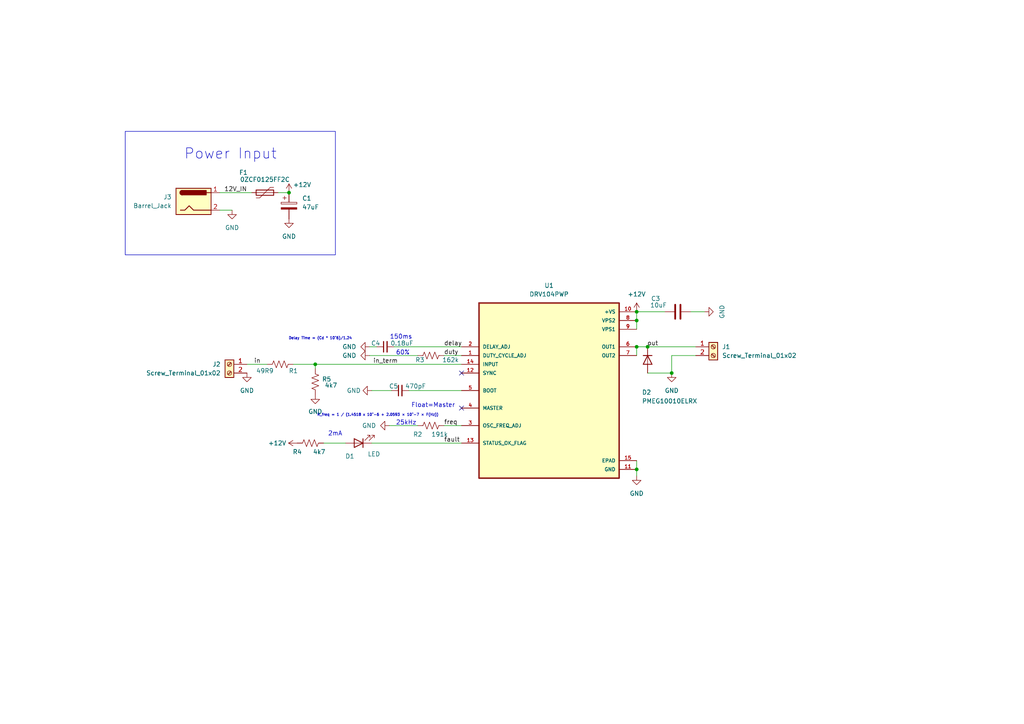
<source format=kicad_sch>
(kicad_sch (version 20230121) (generator eeschema)
  (paper "A4")
  (title_block (title "PWM Solenoid Driver") (date "2023-07-18") (rev "1.0") (company "Boston University"))
  (lib_symbols
    (symbol "Connector:Barrel_Jack" (pin_names (offset 1.016))
      (property "Reference" "J" (at 0 5.334 0))
      (property "Value" "Barrel_Jack" (at 0 -5.08 0))
      (symbol "Barrel_Jack_0_1"
        (rectangle (start -5.08 3.81) (end 5.08 -3.81) (stroke (width 0.254)) (fill (type background)))
        (arc (start -3.302 3.175) (mid -3.9343 2.54) (end -3.302 1.905) (stroke (width 0.254)))
        (arc (start -3.302 3.175) (mid -3.9343 2.54) (end -3.302 1.905) (stroke (width 0.254)) (fill (type outline)))
        (polyline (pts (xy 5.08 2.54) (xy 3.81 2.54)) (stroke (width 0.254)))
        (polyline (pts (xy -3.81 -2.54) (xy -2.54 -2.54) (xy -1.27 -1.27) (xy 0 -2.54) (xy 2.54 -2.54) (xy 5.08 -2.54)) (stroke (width 0.254)))
        (rectangle (start 3.683 3.175) (end -3.302 1.905) (stroke (width 0.254)) (fill (type outline)))
      )
      (symbol "Barrel_Jack_1_1"
        (pin passive line (at 7.62 2.54 180) (length 2.54) (name "~") (number "1"))
        (pin passive line (at 7.62 -2.54 180) (length 2.54) (name "~") (number "2"))
      )
    )
    (symbol "Connector:Screw_Terminal_01x02" (pin_names (offset 1.016) hide)
      (property "Reference" "J" (at 0 2.54 0))
      (property "Value" "Screw_Terminal_01x02" (at 0 -5.08 0))
      (symbol "Screw_Terminal_01x02_1_1"
        (rectangle (start -1.27 1.27) (end 1.27 -3.81) (stroke (width 0.254)) (fill (type background)))
        (circle (center 0 -2.54) (radius 0.635) (stroke (width 0.1524)))
        (polyline (pts (xy -0.5334 -2.2098) (xy 0.3302 -3.048)) (stroke (width 0.1524)))
        (polyline (pts (xy -0.5334 0.3302) (xy 0.3302 -0.508)) (stroke (width 0.1524)))
        (polyline (pts (xy -0.3556 -2.032) (xy 0.508 -2.8702)) (stroke (width 0.1524)))
        (polyline (pts (xy -0.3556 0.508) (xy 0.508 -0.3302)) (stroke (width 0.1524)))
        (circle (center 0 0) (radius 0.635) (stroke (width 0.1524)))
        (pin passive line (at -5.08 0 0) (length 3.81) (name "Pin_1") (number "1"))
        (pin passive line (at -5.08 -2.54 0) (length 3.81) (name "Pin_2") (number "2"))
      )
    )
    (symbol "DRV104PWP:DRV104PWP" (pin_names (offset 1.016))
      (property "Reference" "U" (at -20.32 26.4 0))
      (property "Value" "DRV104PWP" (at -20.32 -29.4 0))
      (symbol "DRV104PWP_0_0"
        (rectangle (start -20.32 -25.4) (end 20.32 25.4) (stroke (width 0.41)) (fill (type background)))
        (pin input line (at -25.4 10.16 0) (length 5.08) (name "DUTY_CYCLE_ADJ") (number "1"))
        (pin power_in line (at 25.4 22.86 180) (length 5.08) (name "+VS") (number "10"))
        (pin power_in line (at 25.4 -22.86 180) (length 5.08) (name "GND") (number "11"))
        (pin input line (at -25.4 5.08 0) (length 5.08) (name "SYNC") (number "12"))
        (pin bidirectional line (at -25.4 -15.24 0) (length 5.08) (name "STATUS_OK_FLAG") (number "13"))
        (pin input line (at -25.4 7.62 0) (length 5.08) (name "INPUT") (number "14"))
        (pin power_in line (at 25.4 -20.32 180) (length 5.08) (name "EPAD") (number "15"))
        (pin input line (at -25.4 12.7 0) (length 5.08) (name "DELAY_ADJ") (number "2"))
        (pin bidirectional line (at -25.4 -10.16 0) (length 5.08) (name "OSC_FREQ_ADJ") (number "3"))
        (pin bidirectional line (at -25.4 -5.08 0) (length 5.08) (name "MASTER") (number "4"))
        (pin bidirectional line (at -25.4 0 0) (length 5.08) (name "BOOT") (number "5"))
        (pin output line (at 25.4 12.7 180) (length 5.08) (name "OUT1") (number "6"))
        (pin output line (at 25.4 10.16 180) (length 5.08) (name "OUT2") (number "7"))
        (pin power_in line (at 25.4 20.32 180) (length 5.08) (name "VPS2") (number "8"))
        (pin power_in line (at 25.4 17.78 180) (length 5.08) (name "VPS1") (number "9"))
      )
    )
    (symbol "Device:C" (pin_numbers hide) (pin_names (offset 0.254))
      (property "Reference" "C" (at 0.635 2.54 0))
      (property "Value" "C" (at 0.635 -2.54 0))
      (symbol "C_0_1"
        (polyline (pts (xy -2.032 -0.762) (xy 2.032 -0.762)) (stroke (width 0.508)))
        (polyline (pts (xy -2.032 0.762) (xy 2.032 0.762)) (stroke (width 0.508)))
      )
      (symbol "C_1_1"
        (pin passive line (at 0 3.81 270) (length 2.794) (name "~") (number "1"))
        (pin passive line (at 0 -3.81 90) (length 2.794) (name "~") (number "2"))
      )
    )
    (symbol "Device:C_Polarized" (pin_numbers hide) (pin_names (offset 0.254))
      (property "Reference" "C" (at 0.635 2.54 0))
      (property "Value" "C_Polarized" (at 0.635 -2.54 0))
      (symbol "C_Polarized_0_1"
        (rectangle (start -2.286 0.508) (end 2.286 1.016))
        (polyline (pts (xy -1.778 2.286) (xy -0.762 2.286)))
        (polyline (pts (xy -1.27 2.794) (xy -1.27 1.778)))
        (rectangle (start 2.286 -0.508) (end -2.286 -1.016) (fill (type outline)))
      )
      (symbol "C_Polarized_1_1"
        (pin passive line (at 0 3.81 270) (length 2.794) (name "~") (number "1"))
        (pin passive line (at 0 -3.81 90) (length 2.794) (name "~") (number "2"))
      )
    )
    (symbol "Device:C_Small" (pin_numbers hide) (pin_names (offset 0.254) hide)
      (property "Reference" "C" (at 0.254 1.778 0))
      (property "Value" "C_Small" (at 0.254 -2.032 0))
      (symbol "C_Small_0_1"
        (polyline (pts (xy -1.524 -0.508) (xy 1.524 -0.508)) (stroke (width 0.3302)))
        (polyline (pts (xy -1.524 0.508) (xy 1.524 0.508)) (stroke (width 0.3048)))
      )
      (symbol "C_Small_1_1"
        (pin passive line (at 0 2.54 270) (length 2.032) (name "~") (number "1"))
        (pin passive line (at 0 -2.54 90) (length 2.032) (name "~") (number "2"))
      )
    )
    (symbol "Device:D" (pin_numbers hide) (pin_names (offset 1.016) hide)
      (property "Reference" "D" (at 0 2.54 0))
      (property "Value" "D" (at 0 -2.54 0))
      (symbol "D_0_1"
        (polyline (pts (xy -1.27 1.27) (xy -1.27 -1.27)) (stroke (width 0.254)))
        (polyline (pts (xy 1.27 0) (xy -1.27 0)))
        (polyline (pts (xy 1.27 1.27) (xy 1.27 -1.27) (xy -1.27 0) (xy 1.27 1.27)) (stroke (width 0.254)))
      )
      (symbol "D_1_1"
        (pin passive line (at -3.81 0 0) (length 2.54) (name "K") (number "1"))
        (pin passive line (at 3.81 0 180) (length 2.54) (name "A") (number "2"))
      )
    )
    (symbol "Device:LED" (pin_numbers hide) (pin_names (offset 1.016) hide)
      (property "Reference" "D" (at 0 2.54 0))
      (property "Value" "LED" (at 0 -2.54 0))
      (symbol "LED_0_1"
        (polyline (pts (xy -1.27 -1.27) (xy -1.27 1.27)) (stroke (width 0.254)))
        (polyline (pts (xy -1.27 0) (xy 1.27 0)))
        (polyline (pts (xy 1.27 -1.27) (xy 1.27 1.27) (xy -1.27 0) (xy 1.27 -1.27)) (stroke (width 0.254)))
        (polyline (pts (xy -3.048 -0.762) (xy -4.572 -2.286) (xy -3.81 -2.286) (xy -4.572 -2.286) (xy -4.572 -1.524)))
        (polyline (pts (xy -1.778 -0.762) (xy -3.302 -2.286) (xy -2.54 -2.286) (xy -3.302 -2.286) (xy -3.302 -1.524)))
      )
      (symbol "LED_1_1"
        (pin passive line (at -3.81 0 0) (length 2.54) (name "K") (number "1"))
        (pin passive line (at 3.81 0 180) (length 2.54) (name "A") (number "2"))
      )
    )
    (symbol "Device:Polyfuse" (pin_numbers hide) (pin_names (offset 0))
      (property "Reference" "F" (at -2.54 0 90))
      (property "Value" "Polyfuse" (at 2.54 0 90))
      (symbol "Polyfuse_0_1"
        (rectangle (start -0.762 2.54) (end 0.762 -2.54) (stroke (width 0.254)))
        (polyline (pts (xy 0 2.54) (xy 0 -2.54)))
        (polyline (pts (xy -1.524 2.54) (xy -1.524 1.524) (xy 1.524 -1.524) (xy 1.524 -2.54)))
      )
      (symbol "Polyfuse_1_1"
        (pin passive line (at 0 3.81 270) (length 1.27) (name "~") (number "1"))
        (pin passive line (at 0 -3.81 90) (length 1.27) (name "~") (number "2"))
      )
    )
    (symbol "Device:R_US" (pin_numbers hide) (pin_names (offset 0))
      (property "Reference" "R" (at 2.54 0 90))
      (property "Value" "R_US" (at -2.54 0 90))
      (symbol "R_US_0_1"
        (polyline (pts (xy 0 -2.286) (xy 0 -2.54)))
        (polyline (pts (xy 0 2.286) (xy 0 2.54)))
        (polyline (pts (xy 0 -0.762) (xy 1.016 -1.143) (xy 0 -1.524) (xy -1.016 -1.905) (xy 0 -2.286)))
        (polyline (pts (xy 0 0.762) (xy 1.016 0.381) (xy 0 0) (xy -1.016 -0.381) (xy 0 -0.762)))
        (polyline (pts (xy 0 2.286) (xy 1.016 1.905) (xy 0 1.524) (xy -1.016 1.143) (xy 0 0.762)))
      )
      (symbol "R_US_1_1"
        (pin passive line (at 0 3.81 270) (length 1.27) (name "~") (number "1"))
        (pin passive line (at 0 -3.81 90) (length 1.27) (name "~") (number "2"))
      )
    )
    (symbol "power:+12V" (power) (pin_names (offset 0))
      (property "Value" "+12V" (at 0 3.556 0))
      (symbol "+12V_0_1"
        (polyline (pts (xy -0.762 1.27) (xy 0 2.54)))
        (polyline (pts (xy 0 0) (xy 0 2.54)))
        (polyline (pts (xy 0 2.54) (xy 0.762 1.27)))
      )
      (symbol "+12V_1_1"
        (pin power_in line (at 0 0 90) (length 0) hide (name "+12V") (number "1"))
      )
    )
    (symbol "power:GND" (power) (pin_names (offset 0))
      (property "Value" "GND" (at 0 -3.81 0))
      (symbol "GND_0_1"
        (polyline (pts (xy 0 0) (xy 0 -1.27) (xy 1.27 -1.27) (xy 0 -2.54) (xy -1.27 -1.27) (xy 0 -1.27)))
      )
      (symbol "GND_1_1"
        (pin power_in line (at 0 0 270) (length 0) hide (name "GND") (number "1"))
      )
    )
  )
  (junction (at 184.658 100.584))
  (junction (at 194.818 108.204))
  (junction (at 184.658 136.144))
  (junction (at 184.658 92.964))
  (junction (at 184.658 90.424))
  (junction (at 91.44 105.664))
  (junction (at 83.82 55.88))
  (junction (at 187.833 100.584))
  (no_connect (at 133.858 118.364))
  (no_connect (at 133.858 108.204))
  (wire (pts (xy 128.778 103.124) (xy 133.858 103.124)))
  (wire (pts (xy 184.658 136.144) (xy 184.658 138.049)))
  (wire (pts (xy 184.658 92.964) (xy 184.658 95.504)))
  (wire (pts (xy 63.754 60.96) (xy 67.31 60.96)))
  (wire (pts (xy 113.538 113.284) (xy 107.823 113.284)))
  (wire (pts (xy 80.645 55.88) (xy 83.82 55.88)))
  (wire (pts (xy 194.818 103.124) (xy 194.818 108.204)))
  (wire (pts (xy 63.754 55.88) (xy 73.025 55.88)))
  (wire (pts (xy 192.786 90.424) (xy 184.658 90.424)))
  (wire (pts (xy 187.833 100.584) (xy 201.803 100.584)))
  (wire (pts (xy 91.44 105.664) (xy 133.858 105.664)))
  (wire (pts (xy 194.818 103.124) (xy 201.803 103.124)))
  (wire (pts (xy 184.658 133.604) (xy 184.658 136.144)))
  (wire (pts (xy 184.658 90.424) (xy 184.658 92.964)))
  (wire (pts (xy 85.09 105.664) (xy 91.44 105.664)))
  (wire (pts (xy 93.853 128.524) (xy 100.203 128.524)))
  (wire (pts (xy 107.823 128.524) (xy 133.858 128.524)))
  (wire (pts (xy 128.778 123.444) (xy 133.858 123.444)))
  (wire (pts (xy 109.22 100.584) (xy 107.188 100.584)))
  (wire (pts (xy 184.658 100.584) (xy 187.833 100.584)))
  (wire (pts (xy 118.618 113.284) (xy 133.858 113.284)))
  (wire (pts (xy 114.3 100.584) (xy 133.858 100.584)))
  (wire (pts (xy 71.628 105.664) (xy 77.47 105.664)))
  (wire (pts (xy 112.903 123.444) (xy 121.158 123.444)))
  (wire (pts (xy 194.818 108.204) (xy 187.833 108.204)))
  (wire (pts (xy 91.44 105.664) (xy 91.44 106.934)))
  (wire (pts (xy 200.406 90.424) (xy 204.343 90.424)))
  (wire (pts (xy 107.188 103.124) (xy 121.158 103.124)))
  (wire (pts (xy 184.658 100.584) (xy 184.658 103.124)))
  (rectangle (start 36.322 38.1) (end 97.282 73.914))
  (text "25kHz" (at 114.808 123.444 0) (effects (font (size 1.27 1.27)) (justify left bottom)))
  (text "Power Input" (at 53.34 46.482 0) (effects (font (size 3 3)) (justify left bottom)))
  (text "Float=Master" (at 119.253 118.364 0) (effects (font (size 1.27 1.27)) (justify left bottom)))
  (text "60%" (at 114.808 103.124 0) (effects (font (size 1.27 1.27)) (justify left bottom)))
  (text "R_freq = 1 / (1.4518 x 10^−6 + 2.0593 × 10^−7 × F(Hz))" (at 91.948 120.904 0) (effects (font (size 0.75 0.75)) (justify left bottom)))
  (text "2mA" (at 95.123 126.619 0) (effects (font (size 1.27 1.27)) (justify left bottom)))
  (text "150ms" (at 113.03 98.552 0) (effects (font (size 1.27 1.27)) (justify left bottom)))
  (text "Delay Time = (Cd * 10^6)/1.24" (at 83.693 98.679 0) (effects (font (size 0.75 0.75)) (justify left bottom)))
  (label "freq" (at 128.778 123.444 0))
  (label "out" (at 187.706 100.584 0))
  (label "in" (at 73.66 105.664 0))
  (label "duty" (at 128.778 103.124 0))
  (label "delay" (at 128.778 100.584 0))
  (label "12V_IN" (at 65.024 55.88 0))
  (label "in_term" (at 108.204 105.664 0))
  (label "fault" (at 128.778 128.524 0))
  (symbol (lib_id "power:GND") (at 67.31 60.96 0) (unit 1)
    (property "Reference" "#PWR03" (effects hide))
    (property "Value" "GND" (at 67.31 66.04 0))
  )
  (symbol (lib_id "DRV104PWP:DRV104PWP") (at 159.258 113.284 0) (unit 1)
    (property "Reference" "U1" (at 159.258 82.804 0))
    (property "Value" "DRV104PWP" (at 159.258 85.344 0))
    (property "Footprint" "driver-v0:IC_TPS27S100BPWPR" (effects hide))
    (property "PartNum" "DRV104PWP" (effects hide))
    (property "Mfg" "TI" (effects hide))
  )
  (symbol (lib_id "power:GND") (at 194.818 108.204 0) (unit 1)
    (property "Reference" "#PWR02" (effects hide))
    (property "Value" "GND" (at 194.818 113.284 0))
  )
  (symbol (lib_id "power:+12V") (at 83.82 55.88 0) (unit 1)
    (property "Reference" "#PWR04" (effects hide))
    (property "Value" "+12V" (at 87.63 53.594 0))
  )
  (symbol (lib_id "Device:C") (at 196.596 90.424 90) (unit 1)
    (property "Reference" "C3" (at 191.516 86.614 90) (effects (justify left)))
    (property "Value" "10uF" (at 193.421 88.519 90) (effects (justify left)))
    (property "Footprint" "Capacitor_SMD:C_1210_3225Metric" (effects hide))
    (property "PartNum" "CL32A106KLULNNE" (effects hide))
    (property "Mfg" "Samsung Electro-Mechanics" (effects hide))
  )
  (symbol (lib_id "Device:C_Small") (at 111.76 100.584 90) (unit 1)
    (property "Reference" "C4" (at 108.966 99.568 90))
    (property "Value" "0.18uF" (at 116.586 99.568 90))
    (property "Footprint" "Capacitor_SMD:C_0805_2012Metric" (effects hide))
    (property "PartNum" "08053C184KAT2A" (effects hide))
    (property "Mfg" "KYOCERA AVX" (effects hide))
  )
  (symbol (lib_id "Device:R_US") (at 90.043 128.524 90) (unit 1)
    (property "Reference" "R4" (at 86.233 131.064 90))
    (property "Value" "4k7" (at 92.583 131.064 90))
    (property "Footprint" "Resistor_SMD:R_0805_2012Metric" (effects hide))
    (property "PartNum" "RC0805JR-074K7L" (effects hide))
    (property "Mfg" "Yageo" (effects hide))
  )
  (symbol (lib_id "Connector:Barrel_Jack") (at 56.134 58.42 0) (unit 1)
    (property "Reference" "J3" (at 49.784 57.15 0) (effects (justify right)))
    (property "Value" "Barrel_Jack" (at 49.784 59.69 0) (effects (justify right)))
    (property "Footprint" "Connector_BarrelJack:BarrelJack_CUI_PJ-063AH_Horizontal" (effects hide))
    (property "PartNum" "PJ-063AH" (effects hide))
    (property "Mfg" "CUI" (effects hide))
  )
  (symbol (lib_id "power:GND") (at 184.658 138.049 0) (unit 1)
    (property "Reference" "#PWR011" (effects hide))
    (property "Value" "GND" (at 184.658 143.129 0))
  )
  (symbol (lib_id "power:+12V") (at 86.233 128.524 90) (unit 1)
    (property "Reference" "#PWR010" (effects hide))
    (property "Value" "+12V" (at 83.058 128.524 90) (effects (justify left)))
  )
  (symbol (lib_id "Device:R_US") (at 81.28 105.664 90) (unit 1)
    (property "Reference" "R1" (at 85.09 107.569 90))
    (property "Value" "49R9" (at 76.835 107.569 90))
    (property "Footprint" "Resistor_SMD:R_0805_2012Metric" (effects hide))
    (property "PartNum" "RC0805FR-0749R9L" (effects hide))
    (property "Mfg" "Yageo" (effects hide))
  )
  (symbol (lib_id "power:GND") (at 107.188 103.124 270) (unit 1)
    (property "Reference" "#PWR07" (effects hide))
    (property "Value" "GND" (at 103.378 103.124 90) (effects (justify right)))
  )
  (symbol (lib_id "power:GND") (at 112.903 123.444 270) (unit 1)
    (property "Reference" "#PWR06" (effects hide))
    (property "Value" "GND" (at 109.093 123.444 90) (effects (justify right)))
  )
  (symbol (lib_id "Device:C_Polarized") (at 83.82 59.69 0) (unit 1)
    (property "Reference" "C1" (at 87.63 57.531 0) (effects (justify left)))
    (property "Value" "47uF" (at 87.63 60.071 0) (effects (justify left)))
    (property "Footprint" "Capacitor_Tantalum_SMD:CP_EIA-7343-43_Kemet-X_Pad2.25x2.55mm_HandSolder" (effects hide))
    (property "PartNum" "T491X476K035AT" (effects hide))
    (property "Mfg" "Kemet" (effects hide))
  )
  (symbol (lib_id "power:GND") (at 107.188 100.584 270) (unit 1)
    (property "Reference" "#PWR08" (effects hide))
    (property "Value" "GND" (at 103.378 100.584 90) (effects (justify right)))
  )
  (symbol (lib_id "power:GND") (at 83.82 63.5 0) (unit 1)
    (property "Reference" "#PWR013" (effects hide))
    (property "Value" "GND" (at 83.82 68.58 0))
  )
  (symbol (lib_id "power:GND") (at 71.628 108.204 0) (unit 1)
    (property "Reference" "#PWR01" (effects hide))
    (property "Value" "GND" (at 71.628 113.284 0))
  )
  (symbol (lib_id "Device:R_US") (at 124.968 123.444 90) (unit 1)
    (property "Reference" "R2" (at 121.158 125.984 90))
    (property "Value" "191k" (at 127.508 125.984 90))
    (property "Footprint" "Resistor_SMD:R_0805_2012Metric" (effects hide))
    (property "PartNum" "RC0805FR-07191KL" (effects hide))
    (property "Mfg" "Yageo" (effects hide))
  )
  (symbol (lib_id "power:GND") (at 107.823 113.284 270) (unit 1)
    (property "Reference" "#PWR09" (effects hide))
    (property "Value" "GND" (at 104.648 113.284 90) (effects (justify right)))
  )
  (symbol (lib_id "Device:D") (at 187.833 104.394 270) (unit 1)
    (property "Reference" "D2" (at 186.182 113.792 90) (effects (justify left)))
    (property "Value" "PMEG10010ELRX" (at 186.182 116.332 90) (effects (justify left)))
    (property "Footprint" "Diode_SMD:Nexperia_CFP3_SOD-123W" (effects hide))
    (property "Sim.Device" "D" (effects hide))
    (property "Sim.Pins" "1=K 2=A" (effects hide))
    (property "PartNum" "PMEG10010ELRX" (effects hide))
    (property "Mfg" "Nexperia" (effects hide))
  )
  (symbol (lib_id "power:+12V") (at 184.658 90.424 0) (unit 1)
    (property "Reference" "#PWR05" (effects hide))
    (property "Value" "+12V" (at 184.658 85.344 0))
  )
  (symbol (lib_id "Connector:Screw_Terminal_01x02") (at 66.548 105.664 0) (mirror y) (unit 1)
    (property "Reference" "J2" (at 64.008 105.664 0) (effects (justify left)))
    (property "Value" "Screw_Terminal_01x02" (at 64.008 108.204 0) (effects (justify left)))
    (property "Footprint" "TerminalBlock:TerminalBlock_bornier-2_P5.08mm" (effects hide))
    (property "PartNum" "282837-2" (effects hide))
    (property "Mfg" "TE" (effects hide))
  )
  (symbol (lib_id "Device:R_US") (at 124.968 103.124 90) (unit 1)
    (property "Reference" "R3" (at 121.793 104.394 90))
    (property "Value" "162k" (at 130.683 104.394 90))
    (property "Footprint" "Resistor_SMD:R_0805_2012Metric" (effects hide))
    (property "PartNum" "RC0805FR-07162KL" (effects hide))
    (property "Mfg" "Yageo" (effects hide))
  )
  (symbol (lib_id "Device:C_Small") (at 116.078 113.284 90) (unit 1)
    (property "Reference" "C5" (at 114.173 112.014 90))
    (property "Value" "470pF" (at 120.523 112.014 90))
    (property "Footprint" "Capacitor_SMD:C_0805_2012Metric" (effects hide))
    (property "PartNum" "C0805C471K5RAC7800" (effects hide))
    (property "Mfg" "Kemet" (effects hide))
  )
  (symbol (lib_id "Connector:Screw_Terminal_01x02") (at 206.883 100.584 0) (unit 1)
    (property "Reference" "J1" (at 209.423 100.584 0) (effects (justify left)))
    (property "Value" "Screw_Terminal_01x02" (at 209.423 103.124 0) (effects (justify left)))
    (property "Footprint" "TerminalBlock:TerminalBlock_bornier-2_P5.08mm" (effects hide))
    (property "PartNum" "282837-2" (effects hide))
    (property "Mfg" "TE" (effects hide))
  )
  (symbol (lib_id "Device:Polyfuse") (at 76.835 55.88 90) (unit 1)
    (property "Reference" "F1" (at 70.612 50.038 90))
    (property "Value" "0ZCF0125FF2C" (at 76.835 52.07 90))
    (property "Footprint" "Fuse:Fuse_2920_7451Metric" (effects hide))
    (property "PartNum" "0ZCF0125FF2C" (effects hide))
    (property "Mfg" "Bel Fuse" (effects hide))
  )
  (symbol (lib_id "power:GND") (at 204.343 90.424 90) (unit 1)
    (property "Reference" "#PWR012" (effects hide))
    (property "Value" "GND" (at 209.423 90.424 0))
  )
  (symbol (lib_id "power:GND") (at 91.44 114.554 0) (unit 1)
    (property "Reference" "#PWR014" (effects hide))
    (property "Value" "GND" (at 91.44 119.38 0))
  )
  (symbol (lib_id "Device:LED") (at 104.013 128.524 180) (unit 1)
    (property "Reference" "D1" (at 101.473 132.334 0))
    (property "Value" "LED" (at 108.458 131.699 0))
    (property "Footprint" "LED_SMD:LED_0805_2012Metric" (effects hide))
    (property "PartNum" "150080RS75000" (effects hide))
    (property "Mfg" "Wurth" (effects hide))
  )
  (symbol (lib_id "Device:R_US") (at 91.44 110.744 180) (unit 1)
    (property "Reference" "R5" (at 94.742 109.982 0))
    (property "Value" "4k7" (at 96.012 111.76 0))
    (property "Footprint" "Resistor_SMD:R_0805_2012Metric" (effects hide))
    (property "PartNum" "RC0805JR-074K7L" (effects hide))
    (property "Mfg" "Yageo" (effects hide))
  )
)
</source>
